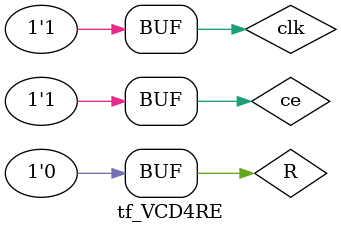
<source format=v>
`timescale 1ns / 1ps


module tf_VCD4RE;

	// Inputs
	reg clk;
	reg ce;
	reg R;

	// Outputs
	wire TC;
	wire CEO;
	wire [3:0] Q;

	// Instantiate the Unit Under Test (UUT)
	VCD4RE uut (
		.clk(clk), 
		.ce(ce), 
		.R(R), 
		.TC(TC), 
		.CEO(CEO), 
		.Q(Q)
	);

parameter Tclk=20; //Ïåðèîä ñèãíàëà ñèíõðîíèçàöèè 20 íñ
always begin clk=0; #(Tclk/2); clk=1; #(Tclk/2); end
parameter Tce=80; //Ïåðèîä ñèãíàëà ce 80 íñ
always begin ce=0; #(3*Tce/4); ce=1; #(1*Tce/4); end
initial begin // Initialize Inputs
clk = 0;
ce = 0;
R = 0; //Èñõîäíîå ñîñòîÿíèå âõîäîâ
#92; R = 1; //×åðåç 92 íñ 1
#5; R = 0; // ×åðåç 5 íñ 0
#111; R = 1; //×åðåç 111 íñ 1
#70; R = 0; // ×åðåç 70 íñ 0
end
      
endmodule


</source>
